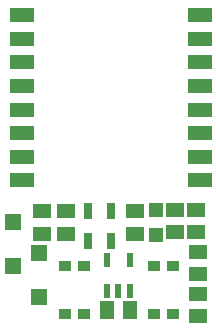
<source format=gbr>
G04 EAGLE Gerber RS-274X export*
G75*
%MOMM*%
%FSLAX34Y34*%
%LPD*%
%INSolderpaste Top*%
%IPPOS*%
%AMOC8*
5,1,8,0,0,1.08239X$1,22.5*%
G01*
%ADD10R,1.500000X1.300000*%
%ADD11R,0.550000X1.200000*%
%ADD12R,1.300000X1.500000*%
%ADD13R,2.000000X1.200000*%
%ADD14R,0.800000X1.350000*%
%ADD15R,1.400000X1.400000*%
%ADD16R,1.000000X0.900000*%
%ADD17R,1.200000X1.200000*%


D10*
X200660Y95860D03*
X200660Y76860D03*
D11*
X123850Y63199D03*
X133350Y63199D03*
X142850Y63199D03*
X142850Y89201D03*
X123850Y89201D03*
D12*
X123850Y46990D03*
X142850Y46990D03*
D13*
X52000Y296460D03*
X52000Y276460D03*
X52000Y256460D03*
X52000Y236460D03*
X52000Y216460D03*
X52000Y196460D03*
X52000Y176460D03*
X52000Y156460D03*
X202000Y156460D03*
X202000Y176460D03*
X202000Y196460D03*
X202000Y216460D03*
X202000Y236460D03*
X202000Y256460D03*
X202000Y276460D03*
X202000Y296460D03*
D10*
X68580Y130150D03*
X68580Y111150D03*
X88900Y130150D03*
X88900Y111150D03*
D14*
X107950Y130810D03*
X107950Y105410D03*
X127000Y130810D03*
X127000Y105410D03*
D10*
X199390Y131420D03*
X199390Y112420D03*
D15*
X44450Y84370D03*
X44450Y121370D03*
X66040Y57700D03*
X66040Y94700D03*
D10*
X200660Y41300D03*
X200660Y60300D03*
X181610Y131420D03*
X181610Y112420D03*
D16*
X88520Y84000D03*
X104520Y84000D03*
X104520Y43000D03*
X88520Y43000D03*
X163450Y84000D03*
X179450Y84000D03*
X179450Y43000D03*
X163450Y43000D03*
D17*
X165100Y131150D03*
X165100Y110150D03*
D10*
X147320Y130150D03*
X147320Y111150D03*
M02*

</source>
